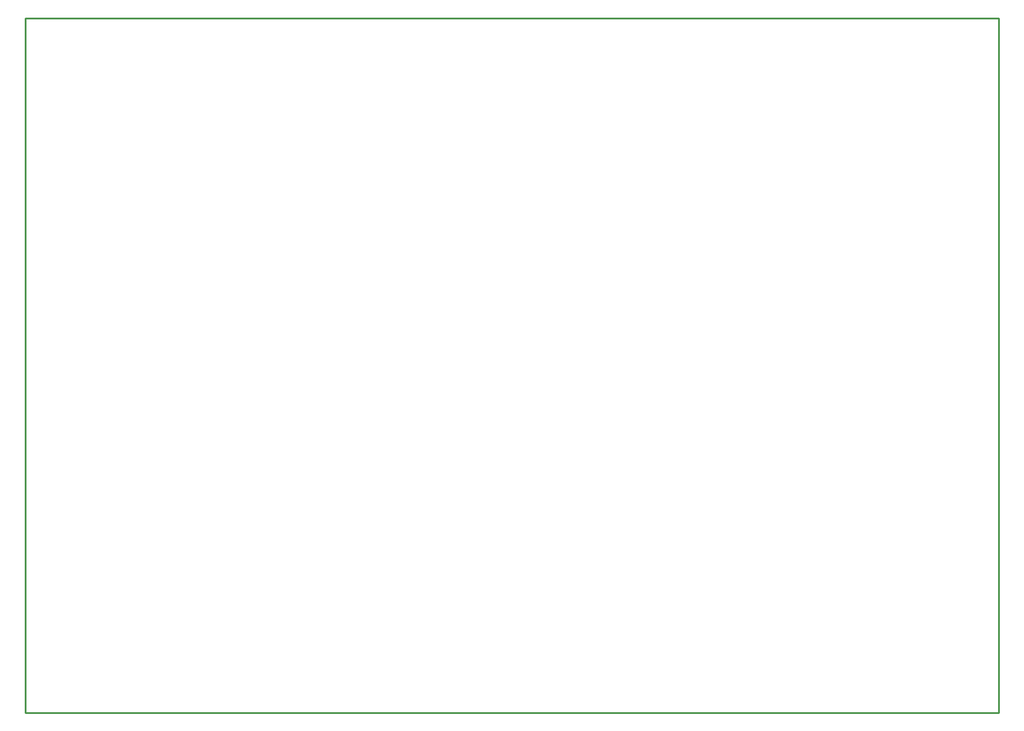
<source format=gko>
G04*
G04 #@! TF.GenerationSoftware,Altium Limited,Altium Designer,21.0.8 (223)*
G04*
G04 Layer_Color=16711935*
%FSTAX24Y24*%
%MOIN*%
G70*
G04*
G04 #@! TF.SameCoordinates,7D2A80BF-F15A-477C-97BA-D51E596D6298*
G04*
G04*
G04 #@! TF.FilePolarity,Positive*
G04*
G01*
G75*
%ADD14C,0.0100*%
D14*
X065118Y01005D02*
Y04942D01*
X01Y01005D02*
Y04942D01*
Y01005D02*
X065118D01*
X01Y04942D02*
X065118D01*
M02*

</source>
